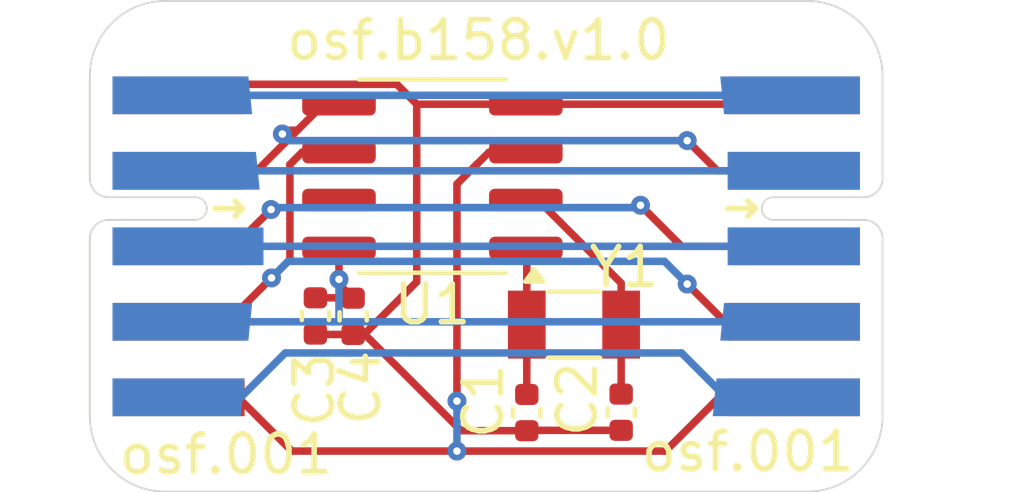
<source format=kicad_pcb>
(kicad_pcb (version 20240108) (generator "pcbnew") (generator_version "8.0")
  (layers (0 "F.Cu" signal) (31 "B.Cu" signal) (34 "B.Paste" user) (35 "F.Paste" user) (36 "B.SilkS" user "B.Silkscreen") (37 "F.SilkS" user "F.Silkscreen") (38 "B.Mask" user) (39 "F.Mask" user) (44 "Edge.Cuts" user))
  (net 0 "")
  (net 1 "Net-(U1-OSCI)")
  (net 2 "GND")
  (net 3 "Net-(U1-OSCO)")
  (net 4 "/rtc/VDD")
  (net 5 "/rtc/SDA")
  (net 6 "/rtc/CLKO")
  (net 7 "/rtc/SCL")
  (net 8 "/rtc/~{INT}")
  (net 9 "Net-(J1-5V)")
  (net 10 "Net-(J1-N{slash}C)")
  (net 11 "Net-(J1-CS{slash}EN)")
  (net 12 "Net-(J1-status)")
  (net 13 "Net-(J1-~{RESET})")
  (footprint "Capacitor_SMD:C_0402_1005Metric" (layer "F.Cu") (at 154.075 100.895 90)
    (property "Reference" "C2" (at 0.345 -1.16 90) (layer "F.SilkS"))
    (property "Value" "12pF")
    (fp_line (start -0.107836 -0.36) (end 0.107836 -0.36) (stroke (width 0.12)) (layer "F.SilkS"))
    (fp_line (start -0.107836 0.36) (end 0.107836 0.36) (stroke (width 0.12)) (layer "F.SilkS"))
    (pad "1" smd roundrect (at -0.48 0 90) (size 0.56 0.62) (layers "F.Cu" "F.Paste" "F.Mask") (net 2 "GND"))
    (pad "2" smd roundrect (at 0.48 0 90) (size 0.56 0.62) (layers "F.Cu" "F.Paste" "F.Mask") (net 3 "Net-(U1-OSCO)"))
  )
  (footprint "Capacitor_SMD:C_0402_1005Metric" (layer "F.Cu") (at 151.575 100.905 90)
    (property "Reference" "C1" (at 0.305 -1.15 90) (layer "F.SilkS"))
    (property "Value" "12pF")
    (fp_line (start -0.107836 -0.36) (end 0.107836 -0.36) (stroke (width 0.12)) (layer "F.SilkS"))
    (fp_line (start -0.107836 0.36) (end 0.107836 0.36) (stroke (width 0.12)) (layer "F.SilkS"))
    (pad "1" smd roundrect (at -0.48 0 90) (size 0.56 0.62) (layers "F.Cu" "F.Paste" "F.Mask") (net 2 "GND"))
    (pad "2" smd roundrect (at 0.48 0 90) (size 0.56 0.62) (layers "F.Cu" "F.Paste" "F.Mask") (net 1 "Net-(U1-OSCI)"))
  )
  (footprint "Crystal:Crystal_SMD_3215-2Pin_3.2x1.5mm" (layer "F.Cu") (at 152.825 98.575)
    (property "Reference" "Y1" (at 1.325 -1.525 360) (layer "F.SilkS"))
    (property "Value" "32.768kHz")
    (fp_line (start -0.675 -0.875) (end 0.675 -0.875) (stroke (width 0.12)) (layer "F.SilkS"))
    (fp_line (start -0.675 0.875) (end 0.675 0.875) (stroke (width 0.12)) (layer "F.SilkS"))
    (pad "1" smd rect (at 1.25 0) (size 1 1.8) (layers "F.Cu" "F.Paste" "F.Mask") (net 3 "Net-(U1-OSCO)"))
    (pad "2" smd rect (at -1.25 0) (size 1 1.8) (layers "F.Cu" "F.Paste" "F.Mask") (net 1 "Net-(U1-OSCI)"))
  )
  (footprint "Capacitor_SMD:C_0402_1005Metric" (layer "F.Cu") (at 145.975 98.345 -90)
    (property "Reference" "C3" (at 1.955 0.025 90) (layer "F.SilkS"))
    (property "Value" "100nF")
    (fp_line (start -0.107836 0.36) (end 0.107836 0.36) (stroke (width 0.12)) (layer "F.SilkS"))
    (fp_line (start -0.107836 -0.36) (end 0.107836 -0.36) (stroke (width 0.12)) (layer "F.SilkS"))
    (pad "1" smd roundrect (at -0.48 0 270) (size 0.56 0.62) (layers "F.Cu" "F.Paste" "F.Mask") (net 4 "/rtc/VDD"))
    (pad "2" smd roundrect (at 0.48 0 270) (size 0.56 0.62) (layers "F.Cu" "F.Paste" "F.Mask") (net 2 "GND"))
  )
  (footprint "Capacitor_SMD:C_0402_1005Metric" (layer "F.Cu") (at 146.975 98.355 90)
    (property "Reference" "C4" (at -1.895 0.2 90) (layer "F.SilkS"))
    (property "Value" "1uF")
    (fp_line (start -0.107836 -0.36) (end 0.107836 -0.36) (stroke (width 0.12)) (layer "F.SilkS"))
    (fp_line (start -0.107836 0.36) (end 0.107836 0.36) (stroke (width 0.12)) (layer "F.SilkS"))
    (pad "1" smd roundrect (at -0.48 0 90) (size 0.56 0.62) (layers "F.Cu" "F.Paste" "F.Mask") (net 2 "GND"))
    (pad "2" smd roundrect (at 0.48 0 90) (size 0.56 0.62) (layers "F.Cu" "F.Paste" "F.Mask") (net 4 "/rtc/VDD"))
  )
  (footprint "on_edge:on_edge_2x05_host" (layer "F.Cu") (at 161 96.5 -90)
    (property "Reference" "J2")
    (property "Value" "001_I2C")
    (fp_line (start -1 4.1) (end -1 3.373) (stroke (width 0.153)) (layer "F.SilkS"))
    (fp_line (start -0.8 3.573) (end -1 3.373) (stroke (width 0.153)) (layer "F.SilkS"))
    (fp_line (start -1 3.373) (end -1.2 3.573) (stroke (width 0.153)) (layer "F.SilkS"))
    (fp_line (start -0.7 2.9) (end -0.7 0.5) (stroke (width 0.05)) (layer "Edge.Cuts"))
    (fp_line (start -1.3 0.5) (end -1.3 2.9) (stroke (width 0.05)) (layer "Edge.Cuts"))
    (fp_line (start -4 0) (end -1.8 0) (stroke (width 0.05)) (layer "Edge.Cuts"))
    (fp_line (start -0.2 0) (end 4 0) (stroke (width 0.05)) (layer "Edge.Cuts"))
    (fp_arc (start -0.7 2.9) (mid -1 3.2) (end -1.3 2.9) (stroke (width 0.05)) (layer "Edge.Cuts"))
    (fp_arc (start -0.7 0.5) (mid -0.553553 0.146447) (end -0.2 0) (stroke (width 0.05)) (layer "Edge.Cuts"))
    (fp_arc (start -1.8 0) (mid -1.446447 0.146447) (end -1.3 0.5) (stroke (width 0.05)) (layer "Edge.Cuts"))
    (pad "1" smd rect (at -4 2.35 270) (size 1 3.5) (layers "F.Cu" "F.Mask") (net 2 "GND"))
    (pad "2" smd rect (at -2 2.35 270) (size 1 3.5) (layers "F.Cu" "F.Mask") (net 5 "/rtc/SDA"))
    (pad "3" smd rect (at 0 2.35 270) (size 1 3.5) (layers "F.Cu" "F.Mask") (net 10 "Net-(J1-N{slash}C)"))
    (pad "4" smd rect (at 2 2.35 270) (size 1 3.5) (layers "F.Cu" "F.Mask") (net 7 "/rtc/SCL"))
    (pad "5" smd rect (at 4 2.35 270) (size 1 3.5) (layers "F.Cu" "F.Mask") (net 8 "/rtc/~{INT}"))
    (pad "6" smd custom (at -4 2.4 90) (size 1 3.6) (layers "B.Cu" "B.Mask") (net 11 "Net-(J1-CS{slash}EN)") (options (clearance outline) (anchor rect)) (primitives (gr_poly (pts (xy 0.5 -1.8) (xy -0.5 -1.8) (xy 0.5 -1.9)) (width 0) (fill yes))))
    (pad "7" smd rect (at -2 2.35 90) (size 1 3.5) (layers "B.Cu" "B.Mask") (net 12 "Net-(J1-status)"))
    (pad "8" smd rect (at 0 2.35 90) (size 1 3.5) (layers "B.Cu" "B.Mask") (net 13 "Net-(J1-~{RESET})"))
    (pad "9" smd custom (at 2 2.4 90) (size 1 3.6) (layers "B.Cu" "B.Mask") (net 4 "/rtc/VDD") (options (clearance outline) (anchor rect)) (primitives (gr_poly (pts (xy 0.5 -1.8) (xy -0.5 -1.8) (xy -0.5 -1.9)) (width 0) (fill yes))))
    (pad "10" smd custom (at 4 2.5 90) (size 1 3.8) (layers "B.Cu" "B.Mask") (net 9 "Net-(J1-5V)") (options (clearance outline) (anchor rect)) (primitives (gr_poly (pts (xy 0.5 -1.9) (xy -0.5 -1.9) (xy -0.5 -2)) (width 0) (fill yes))))
  )
  (footprint "Package_SO:SOIC-8_3.9x4.9mm_P1.27mm" (layer "F.Cu") (at 149.075 94.64 180)
    (property "Reference" "U1" (at 0 -3.4 360) (layer "F.SilkS"))
    (property "Value" "PCF8563T")
    (fp_line (start 0 2.56) (end 1.95 2.56) (stroke (width 0.12)) (layer "F.SilkS"))
    (fp_line (start 0 2.56) (end -1.95 2.56) (stroke (width 0.12)) (layer "F.SilkS"))
    (fp_line (start 0 -2.56) (end 1.95 -2.56) (stroke (width 0.12)) (layer "F.SilkS"))
    (fp_line (start 0 -2.56) (end -1.95 -2.56) (stroke (width 0.12)) (layer "F.SilkS"))
    (fp_poly (pts (xy -2.7 -2.465) (xy -2.94 -2.795) (xy -2.46 -2.795) (xy -2.7 -2.465)) (stroke (width 0.12)) (fill solid) (layer "F.SilkS"))
    (pad "1" smd roundrect (at -2.475 -1.905 180) (size 1.95 0.6) (layers "F.Cu" "F.Paste" "F.Mask") (net 1 "Net-(U1-OSCI)"))
    (pad "2" smd roundrect (at -2.475 -0.635 180) (size 1.95 0.6) (layers "F.Cu" "F.Paste" "F.Mask") (net 3 "Net-(U1-OSCO)"))
    (pad "3" smd roundrect (at -2.475 0.635 180) (size 1.95 0.6) (layers "F.Cu" "F.Paste" "F.Mask") (net 8 "/rtc/~{INT}"))
    (pad "4" smd roundrect (at -2.475 1.905 180) (size 1.95 0.6) (layers "F.Cu" "F.Paste" "F.Mask") (net 2 "GND"))
    (pad "5" smd roundrect (at 2.475 1.905 180) (size 1.95 0.6) (layers "F.Cu" "F.Paste" "F.Mask") (net 5 "/rtc/SDA"))
    (pad "6" smd roundrect (at 2.475 0.635 180) (size 1.95 0.6) (layers "F.Cu" "F.Paste" "F.Mask") (net 7 "/rtc/SCL"))
    (pad "7" smd roundrect (at 2.475 -0.635 180) (size 1.95 0.6) (layers "F.Cu" "F.Paste" "F.Mask") (net 6 "/rtc/CLKO"))
    (pad "8" smd roundrect (at 2.475 -1.905 180) (size 1.95 0.6) (layers "F.Cu" "F.Paste" "F.Mask") (net 4 "/rtc/VDD"))
  )
  (footprint "on_edge:on_edge_2x05_device" (layer "F.Cu") (at 140 96.5 -90)
    (property "Reference" "J1")
    (property "Value" "001_I2C")
    (fp_line (start -1.2 -3.85) (end -1 -4.05) (stroke (width 0.153)) (layer "F.SilkS"))
    (fp_line (start -1 -4.05) (end -1 -3.323) (stroke (width 0.153)) (layer "F.SilkS"))
    (fp_line (start -1 -4.05) (end -0.8 -3.85) (stroke (width 0.153)) (layer "F.SilkS"))
    (fp_line (start -4 0) (end -1.8 0) (stroke (width 0.05)) (layer "Edge.Cuts"))
    (fp_line (start -0.2 0) (end 4 0) (stroke (width 0.05)) (layer "Edge.Cuts"))
    (fp_line (start -0.7 -0.5) (end -0.7 -2.8) (stroke (width 0.05)) (layer "Edge.Cuts"))
    (fp_line (start -1.3 -2.8) (end -1.3 -0.5) (stroke (width 0.05)) (layer "Edge.Cuts"))
    (fp_arc (start -0.2 0) (mid -0.553553 -0.146447) (end -0.7 -0.5) (stroke (width 0.05)) (layer "Edge.Cuts"))
    (fp_arc (start -1.3 -0.5) (mid -1.446447 -0.146447) (end -1.8 0) (stroke (width 0.05)) (layer "Edge.Cuts"))
    (fp_arc (start -1.3 -2.8) (mid -1 -3.1) (end -0.7 -2.8) (stroke (width 0.05)) (layer "Edge.Cuts"))
    (pad "1" smd rect (at -4 -2.35 90) (size 1 3.5) (layers "F.Cu" "F.Mask") (net 2 "GND"))
    (pad "2" smd rect (at -2 -2.35 270) (size 1 3.5) (layers "F.Cu" "F.Mask") (net 5 "/rtc/SDA"))
    (pad "3" smd rect (at 0 -2.35 270) (size 1 3.5) (layers "F.Cu" "F.Mask") (net 10 "Net-(J1-N{slash}C)"))
    (pad "4" smd rect (at 2 -2.35 90) (size 1 3.5) (layers "F.Cu" "F.Mask") (net 7 "/rtc/SCL"))
    (pad "5" smd rect (at 4 -2.35 90) (size 1 3.5) (layers "F.Cu" "F.Mask") (net 8 "/rtc/~{INT}"))
    (pad "6" smd custom (at -4 -2.4 270) (size 1 3.6) (layers "B.Cu" "B.Mask") (net 11 "Net-(J1-CS{slash}EN)") (options (clearance outline) (anchor rect)) (primitives (gr_poly (pts (xy 0.5 -1.8) (xy 0.5 -1.9) (xy -0.5 -1.8)) (width 0) (fill yes))))
    (pad "7" smd custom (at -2 -2.1 270) (size 1 3) (layers "B.Cu" "B.Mask") (net 12 "Net-(J1-status)") (options (clearance outline) (anchor rect)) (primitives (gr_poly (pts (xy 0.3 -0.51) (xy 0.31 -0.62) (xy 0.33 -0.7) (xy 0.35 -0.76) (xy 0.37 -0.81) (xy 0.4 -0.86) (xy 0.44 -0.92) (xy 0.48 -0.97) (xy 0.5 -0.99) (xy 0.5 -2.4) (xy -0.5 -2.3) (xy -0.5 1.5) (xy 0.3 1.5)) (width 0) (fill yes))))
    (pad "8" smd rect (at 0 -2.6 270) (size 1 4) (layers "B.Cu" "B.Mask") (net 13 "Net-(J1-~{RESET})"))
    (pad "9" smd custom (at 2 -2.4 270) (size 1 3.6) (layers "B.Cu" "B.Mask") (net 4 "/rtc/VDD") (options (clearance outline) (anchor rect)) (primitives (gr_poly (pts (xy -0.5 -1.8) (xy -0.5 -1.9) (xy 0.5 -1.8)) (width 0) (fill yes))))
    (pad "10" smd custom (at 4 -2.3 270) (size 1 3.4) (layers "B.Cu" "B.Mask") (net 9 "Net-(J1-5V)") (options (clearance outline) (anchor rect)) (primitives (gr_poly (pts (xy -0.5 -1.7) (xy -0.5 -1.8) (xy 0.5 -1.7)) (width 0) (fill yes))))
  )
  (gr_line (start 140 101) (end 140 100.5) (stroke (width 0.05)) (layer "Edge.Cuts"))
  (gr_line (start 142 90) (end 159 90) (stroke (width 0.05)) (layer "Edge.Cuts"))
  (gr_arc (start 161 101) (mid 160.414214 102.414214) (end 159 103) (stroke (width 0.05)) (layer "Edge.Cuts"))
  (gr_line (start 159 103) (end 142 103) (stroke (width 0.05)) (layer "Edge.Cuts"))
  (gr_line (start 140 92.5) (end 140 92) (stroke (width 0.05)) (layer "Edge.Cuts"))
  (gr_arc (start 159 90) (mid 160.414214 90.585786) (end 161 92) (stroke (width 0.05)) (layer "Edge.Cuts"))
  (gr_arc (start 142 103) (mid 140.585786 102.414214) (end 140 101) (stroke (width 0.05)) (layer "Edge.Cuts"))
  (gr_line (start 161 92.5) (end 161 92) (stroke (width 0.05)) (layer "Edge.Cuts"))
  (gr_arc (start 140 92) (mid 140.585786 90.585786) (end 142 90) (stroke (width 0.05)) (layer "Edge.Cuts"))
  (gr_line (start 161 101) (end 161 100.5) (stroke (width 0.05)) (layer "Edge.Cuts"))
  (gr_text "osf.001" (at 140.7 102.6 0) (layer "F.SilkS") (effects (font (size 1 1)) (justify left bottom)))
  (gr_text "osf.b158.v1.0" (at 145.125 91.625 0) (layer "F.SilkS") (effects (font (size 1 1)) (justify left bottom)))
  (gr_text "osf.001" (at 154.525 102.525 0) (layer "F.SilkS") (effects (font (size 1 1)) (justify left bottom)))
  (segment (start 151.575 100.425) (end 151.575 98.575) (width 0.2) (layer "F.Cu") (net 1))
  (segment (start 151.575 98.575) (end 151.575 96.57) (width 0.2) (layer "F.Cu") (net 1))
  (segment (start 151.575 96.57) (end 151.55 96.545) (width 0.2) (layer "F.Cu") (net 1))
  (segment (start 142.642 92.208) (end 148.133 92.208) (width 0.2) (layer "F.Cu") (net 2))
  (segment (start 147.28542 98.835) (end 146.975 98.835) (width 0.2) (layer "F.Cu") (net 2))
  (segment (start 146.975 98.835) (end 145.985 98.835) (width 0.2) (layer "F.Cu") (net 2))
  (segment (start 148.66 97.44) (end 147.265 98.835) (width 0.2) (layer "F.Cu") (net 2))
  (segment (start 147.265 98.835) (end 146.975 98.835) (width 0.2) (layer "F.Cu") (net 2))
  (segment (start 148.133 92.208) (end 148.66 92.735) (width 0.2) (layer "F.Cu") (net 2))
  (segment (start 149.83542 101.385) (end 147.28542 98.835) (width 0.2) (layer "F.Cu") (net 2))
  (segment (start 142.35 92.5) (end 142.642 92.208) (width 0.2) (layer "F.Cu") (net 2))
  (segment (start 151.575 101.385) (end 149.83542 101.385) (width 0.2) (layer "F.Cu") (net 2))
  (segment (start 154.075 101.375) (end 151.585 101.375) (width 0.2) (layer "F.Cu") (net 2))
  (segment (start 148.66 92.735) (end 148.66 97.44) (width 0.2) (layer "F.Cu") (net 2))
  (segment (start 158.415 92.735) (end 158.65 92.5) (width 0.2) (layer "F.Cu") (net 2))
  (segment (start 151.55 92.735) (end 158.415 92.735) (width 0.2) (layer "F.Cu") (net 2))
  (segment (start 148.66 92.735) (end 151.55 92.735) (width 0.2) (layer "F.Cu") (net 2))
  (segment (start 145.985 98.835) (end 145.975 98.825) (width 0.2) (layer "F.Cu") (net 2))
  (segment (start 151.585 101.375) (end 151.575 101.385) (width 0.2) (layer "F.Cu") (net 2))
  (segment (start 151.875 95.275) (end 151.55 95.275) (width 0.2) (layer "F.Cu") (net 3))
  (segment (start 154.075 100.415) (end 154.075 98.575) (width 0.2) (layer "F.Cu") (net 3))
  (segment (start 154.075 97.475) (end 151.875 95.275) (width 0.2) (layer "F.Cu") (net 3))
  (segment (start 154.075 98.575) (end 154.075 97.475) (width 0.2) (layer "F.Cu") (net 3))
  (segment (start 146.6 97.5) (end 146.975 97.875) (width 0.2) (layer "F.Cu") (net 4))
  (segment (start 146.965 97.865) (end 146.975 97.875) (width 0.2) (layer "F.Cu") (net 4))
  (segment (start 145.975 97.865) (end 146.965 97.865) (width 0.2) (layer "F.Cu") (net 4))
  (segment (start 146.6 96.545) (end 146.6 97.5) (width 0.2) (layer "F.Cu") (net 4))
  (via (at 146.6 97.375) (size 0.5) (drill 0.2) (layers "F.Cu" "B.Cu") (net 4))
  (segment (start 146.6 97.375) (end 146.6 98.5) (width 0.2) (layer "B.Cu") (net 4))
  (segment (start 146.6 98.5) (end 158.6 98.5) (width 0.2) (layer "B.Cu") (net 4))
  (segment (start 142.4 98.5) (end 146.6 98.5) (width 0.2) (layer "B.Cu") (net 4))
  (segment (start 156.625 94.5) (end 155.825 93.7) (width 0.2) (layer "F.Cu") (net 5))
  (segment (start 158.65 94.5) (end 156.625 94.5) (width 0.2) (layer "F.Cu") (net 5))
  (segment (start 144.425 94.5) (end 142.35 94.5) (width 0.2) (layer "F.Cu") (net 5))
  (segment (start 145.1 93.525) (end 145.2 93.425) (width 0.2) (layer "F.Cu") (net 5))
  (segment (start 145.2 93.425) (end 145.5 93.425) (width 0.2) (layer "F.Cu") (net 5))
  (segment (start 146.6 92.735) (end 146.19 92.735) (width 0.2) (layer "F.Cu") (net 5))
  (segment (start 145.5 93.425) (end 144.425 94.5) (width 0.2) (layer "F.Cu") (net 5))
  (segment (start 146.19 92.735) (end 145.5 93.425) (width 0.2) (layer "F.Cu") (net 5))
  (via (at 155.825 93.7) (size 0.5) (drill 0.2) (layers "F.Cu" "B.Cu") (net 5))
  (via (at 145.1 93.525) (size 0.5) (drill 0.2) (layers "F.Cu" "B.Cu") (net 5))
  (segment (start 145.275 93.7) (end 145.1 93.525) (width 0.2) (layer "B.Cu") (net 5))
  (segment (start 155.825 93.7) (end 145.275 93.7) (width 0.2) (layer "B.Cu") (net 5))
  (segment (start 145.625001 94.005) (end 145.3 94.330001) (width 0.2) (layer "F.Cu") (net 7))
  (segment (start 145.3 96.85) (end 144.8125 97.3375) (width 0.2) (layer "F.Cu") (net 7))
  (segment (start 143.65 98.5) (end 142.35 98.5) (width 0.2) (layer "F.Cu") (net 7))
  (segment (start 144.8125 97.3375) (end 143.65 98.5) (width 0.2) (layer "F.Cu") (net 7))
  (segment (start 158.65 98.5) (end 156.825 98.5) (width 0.2) (layer "F.Cu") (net 7))
  (segment (start 146.6 94.005) (end 145.625001 94.005) (width 0.2) (layer "F.Cu") (net 7))
  (segment (start 156.825 98.5) (end 155.825 97.5) (width 0.2) (layer "F.Cu") (net 7))
  (segment (start 145.3 94.330001) (end 145.3 96.85) (width 0.2) (layer "F.Cu") (net 7))
  (via (at 144.8125 97.3375) (size 0.5) (drill 0.2) (layers "F.Cu" "B.Cu") (net 7))
  (via (at 155.825 97.5) (size 0.5) (drill 0.2) (layers "F.Cu" "B.Cu") (net 7))
  (segment (start 155.223 96.898) (end 145.252 96.898) (width 0.2) (layer "B.Cu") (net 7))
  (segment (start 145.252 96.898) (end 144.8125 97.3375) (width 0.2) (layer "B.Cu") (net 7))
  (segment (start 155.825 97.5) (end 155.223 96.898) (width 0.2) (layer "B.Cu") (net 7))
  (segment (start 150.575001 94.005) (end 150.275 94.305001) (width 0.2) (layer "F.Cu") (net 8))
  (segment (start 149.725 94.85) (end 149.725 100.6) (width 0.2) (layer "F.Cu") (net 8))
  (segment (start 150.275 94.305001) (end 150.269999 94.305001) (width 0.2) (layer "F.Cu") (net 8))
  (segment (start 151.55 94.005) (end 150.575001 94.005) (width 0.2) (layer "F.Cu") (net 8))
  (segment (start 150.269999 94.305001) (end 149.725 94.85) (width 0.2) (layer "F.Cu") (net 8))
  (segment (start 149.725 101.925) (end 145.35 101.925) (width 0.2) (layer "F.Cu") (net 8))
  (segment (start 145.35 101.925) (end 143.925 100.5) (width 0.2) (layer "F.Cu") (net 8))
  (segment (start 149.725 101.925) (end 155.25 101.925) (width 0.2) (layer "F.Cu") (net 8))
  (segment (start 143.925 100.5) (end 142.35 100.5) (width 0.2) (layer "F.Cu") (net 8))
  (segment (start 156.675 100.5) (end 158.65 100.5) (width 0.2) (layer "F.Cu") (net 8))
  (segment (start 155.25 101.925) (end 156.675 100.5) (width 0.2) (layer "F.Cu") (net 8))
  (via (at 149.725 100.6) (size 0.5) (drill 0.2) (layers "F.Cu" "B.Cu") (net 8))
  (via (at 149.725 101.925) (size 0.5) (drill 0.2) (layers "F.Cu" "B.Cu") (net 8))
  (segment (start 149.725 101.925) (end 149.725 100.6) (width 0.2) (layer "B.Cu") (net 8))
  (segment (start 145.175 99.325) (end 155.675 99.325) (width 0.2) (layer "B.Cu") (net 9))
  (segment (start 156.85 100.5) (end 158.5 100.5) (width 0.2) (layer "B.Cu") (net 9))
  (segment (start 155.675 99.325) (end 156.85 100.5) (width 0.2) (layer "B.Cu") (net 9))
  (segment (start 144 100.5) (end 145.175 99.325) (width 0.2) (layer "B.Cu") (net 9))
  (segment (start 142.3 100.5) (end 144 100.5) (width 0.2) (layer "B.Cu") (net 9))
  (segment (start 154.5875 95.4125) (end 155.675 96.5) (width 0.2) (layer "F.Cu") (net 10))
  (segment (start 155.675 96.5) (end 158.65 96.5) (width 0.2) (layer "F.Cu") (net 10))
  (segment (start 144.8 95.525) (end 143.825 96.5) (width 0.2) (layer "F.Cu") (net 10))
  (segment (start 143.825 96.5) (end 142.35 96.5) (width 0.2) (layer "F.Cu") (net 10))
  (via (at 144.8 95.525) (size 0.5) (drill 0.2) (layers "F.Cu" "B.Cu") (net 10))
  (via (at 154.5875 95.4125) (size 0.5) (drill 0.2) (layers "F.Cu" "B.Cu") (net 10))
  (segment (start 144.8 95.525) (end 144.85 95.475) (width 0.2) (layer "B.Cu") (net 10))
  (segment (start 154.525 95.475) (end 154.5875 95.4125) (width 0.2) (layer "B.Cu") (net 10))
  (segment (start 144.85 95.475) (end 154.525 95.475) (width 0.2) (layer "B.Cu") (net 10))
  (segment (start 142.4 92.5) (end 158.6 92.5) (width 0.2) (layer "B.Cu") (net 11))
  (segment (start 142.1 94.5) (end 158.65 94.5) (width 0.2) (layer "B.Cu") (net 12))
  (segment (start 142.6 96.5) (end 158.65 96.5) (width 0.2) (layer "B.Cu") (net 13))
)
</source>
